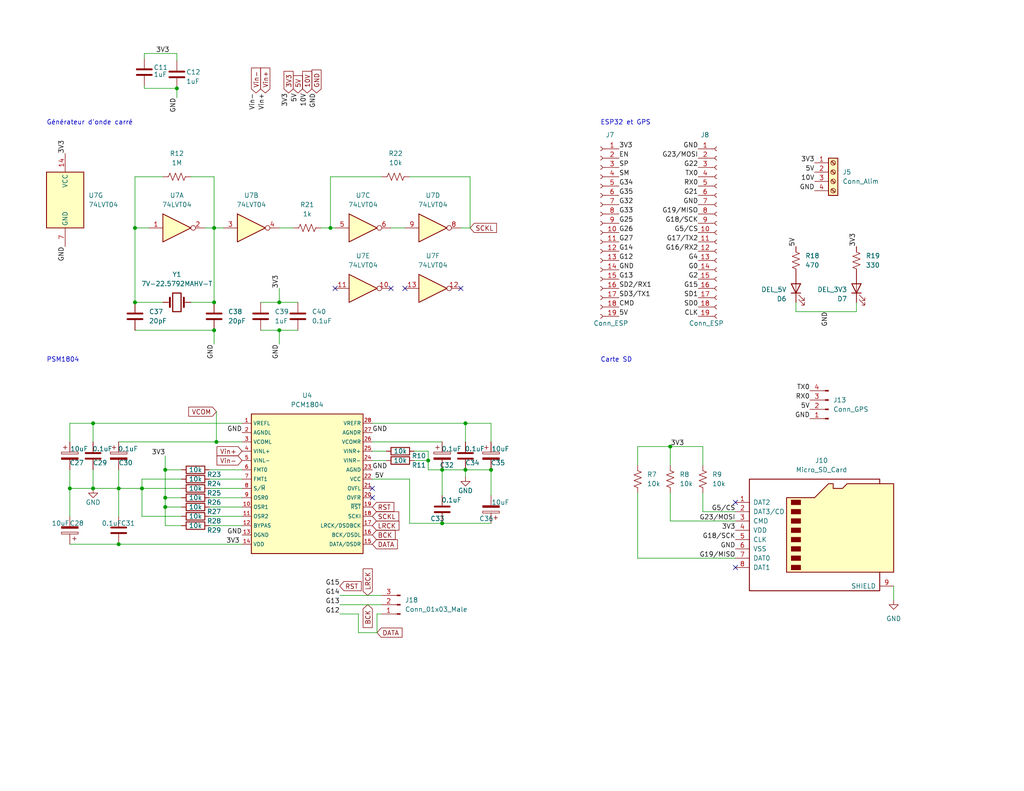
<source format=kicad_sch>
(kicad_sch (version 20211123) (generator eeschema)
  (paper "USLetter")
  (title_block (title "Ecou-Terre_PCB") (date "2023-01-23") (rev "v0") (company "CRIFA") (comment 1 "Eric Gingras") (comment 2 "Jacob Turcotte"))
  (lib_symbols
    (symbol "74xx:74HC04"
      (property "Reference" "U" (at 0 1.27 0))
      (property "Value" "74HC04" (at 0 -1.27 0))
      (symbol "74HC04_1_0"
        (polyline (pts (xy -3.81 3.81) (xy -3.81 -3.81) (xy 3.81 0) (xy -3.81 3.81)) (stroke (width 0.254)) (fill (type background)))
        (pin input line (at -7.62 0 0) (length 3.81) (name "~") (number "1"))
        (pin output inverted (at 7.62 0 180) (length 3.81) (name "~") (number "2"))
      )
      (symbol "74HC04_2_0"
        (polyline (pts (xy -3.81 3.81) (xy -3.81 -3.81) (xy 3.81 0) (xy -3.81 3.81)) (stroke (width 0.254)) (fill (type background)))
        (pin input line (at -7.62 0 0) (length 3.81) (name "~") (number "3"))
        (pin output inverted (at 7.62 0 180) (length 3.81) (name "~") (number "4"))
      )
      (symbol "74HC04_3_0"
        (polyline (pts (xy -3.81 3.81) (xy -3.81 -3.81) (xy 3.81 0) (xy -3.81 3.81)) (stroke (width 0.254)) (fill (type background)))
        (pin input line (at -7.62 0 0) (length 3.81) (name "~") (number "5"))
        (pin output inverted (at 7.62 0 180) (length 3.81) (name "~") (number "6"))
      )
      (symbol "74HC04_4_0"
        (polyline (pts (xy -3.81 3.81) (xy -3.81 -3.81) (xy 3.81 0) (xy -3.81 3.81)) (stroke (width 0.254)) (fill (type background)))
        (pin output inverted (at 7.62 0 180) (length 3.81) (name "~") (number "8"))
        (pin input line (at -7.62 0 0) (length 3.81) (name "~") (number "9"))
      )
      (symbol "74HC04_5_0"
        (polyline (pts (xy -3.81 3.81) (xy -3.81 -3.81) (xy 3.81 0) (xy -3.81 3.81)) (stroke (width 0.254)) (fill (type background)))
        (pin output inverted (at 7.62 0 180) (length 3.81) (name "~") (number "10"))
        (pin input line (at -7.62 0 0) (length 3.81) (name "~") (number "11"))
      )
      (symbol "74HC04_6_0"
        (polyline (pts (xy -3.81 3.81) (xy -3.81 -3.81) (xy 3.81 0) (xy -3.81 3.81)) (stroke (width 0.254)) (fill (type background)))
        (pin output inverted (at 7.62 0 180) (length 3.81) (name "~") (number "12"))
        (pin input line (at -7.62 0 0) (length 3.81) (name "~") (number "13"))
      )
      (symbol "74HC04_7_0"
        (pin power_in line (at 0 12.7 270) (length 5.08) (name "VCC") (number "14"))
        (pin power_in line (at 0 -12.7 90) (length 5.08) (name "GND") (number "7"))
      )
      (symbol "74HC04_7_1"
        (rectangle (start -5.08 7.62) (end 5.08 -7.62) (stroke (width 0.254)) (fill (type background)))
      )
    )
    (symbol "Connector:Conn_01x03_Male" (pin_names (offset 1.016) hide)
      (property "Reference" "J" (at 0 5.08 0))
      (property "Value" "Conn_01x03_Male" (at 0 -5.08 0))
      (symbol "Conn_01x03_Male_1_1"
        (polyline (pts (xy 1.27 -2.54) (xy 0.8636 -2.54)) (stroke (width 0.1524)))
        (polyline (pts (xy 1.27 0) (xy 0.8636 0)) (stroke (width 0.1524)))
        (polyline (pts (xy 1.27 2.54) (xy 0.8636 2.54)) (stroke (width 0.1524)))
        (rectangle (start 0.8636 -2.413) (end 0 -2.667) (stroke (width 0.1524)) (fill (type outline)))
        (rectangle (start 0.8636 0.127) (end 0 -0.127) (stroke (width 0.1524)) (fill (type outline)))
        (rectangle (start 0.8636 2.667) (end 0 2.413) (stroke (width 0.1524)) (fill (type outline)))
        (pin passive line (at 5.08 2.54 180) (length 3.81) (name "Pin_1") (number "1"))
        (pin passive line (at 5.08 0 180) (length 3.81) (name "Pin_2") (number "2"))
        (pin passive line (at 5.08 -2.54 180) (length 3.81) (name "Pin_3") (number "3"))
      )
    )
    (symbol "Connector:Conn_01x04_Male" (pin_names (offset 1.016) hide)
      (property "Reference" "J" (at 0 5.08 0))
      (property "Value" "Conn_01x04_Male" (at 0 -7.62 0))
      (symbol "Conn_01x04_Male_1_1"
        (polyline (pts (xy 1.27 -5.08) (xy 0.8636 -5.08)) (stroke (width 0.1524)))
        (polyline (pts (xy 1.27 -2.54) (xy 0.8636 -2.54)) (stroke (width 0.1524)))
        (polyline (pts (xy 1.27 0) (xy 0.8636 0)) (stroke (width 0.1524)))
        (polyline (pts (xy 1.27 2.54) (xy 0.8636 2.54)) (stroke (width 0.1524)))
        (rectangle (start 0.8636 -4.953) (end 0 -5.207) (stroke (width 0.1524)) (fill (type outline)))
        (rectangle (start 0.8636 -2.413) (end 0 -2.667) (stroke (width 0.1524)) (fill (type outline)))
        (rectangle (start 0.8636 0.127) (end 0 -0.127) (stroke (width 0.1524)) (fill (type outline)))
        (rectangle (start 0.8636 2.667) (end 0 2.413) (stroke (width 0.1524)) (fill (type outline)))
        (pin passive line (at 5.08 2.54 180) (length 3.81) (name "Pin_1") (number "1"))
        (pin passive line (at 5.08 0 180) (length 3.81) (name "Pin_2") (number "2"))
        (pin passive line (at 5.08 -2.54 180) (length 3.81) (name "Pin_3") (number "3"))
        (pin passive line (at 5.08 -5.08 180) (length 3.81) (name "Pin_4") (number "4"))
      )
    )
    (symbol "Connector:Conn_01x19_Female" (pin_names (offset 1.016) hide)
      (property "Reference" "J" (at 0 25.4 0))
      (property "Value" "Conn_01x19_Female" (at 0 -25.4 0))
      (symbol "Conn_01x19_Female_1_1"
        (arc (start 0 -22.352) (mid -0.508 -22.86) (end 0 -23.368) (stroke (width 0.1524)))
        (arc (start 0 -19.812) (mid -0.508 -20.32) (end 0 -20.828) (stroke (width 0.1524)))
        (arc (start 0 -17.272) (mid -0.508 -17.78) (end 0 -18.288) (stroke (width 0.1524)))
        (arc (start 0 -14.732) (mid -0.508 -15.24) (end 0 -15.748) (stroke (width 0.1524)))
        (arc (start 0 -12.192) (mid -0.508 -12.7) (end 0 -13.208) (stroke (width 0.1524)))
        (arc (start 0 -9.652) (mid -0.508 -10.16) (end 0 -10.668) (stroke (width 0.1524)))
        (arc (start 0 -7.112) (mid -0.508 -7.62) (end 0 -8.128) (stroke (width 0.1524)))
        (arc (start 0 -4.572) (mid -0.508 -5.08) (end 0 -5.588) (stroke (width 0.1524)))
        (arc (start 0 -2.032) (mid -0.508 -2.54) (end 0 -3.048) (stroke (width 0.1524)))
        (polyline (pts (xy -1.27 -22.86) (xy -0.508 -22.86)) (stroke (width 0.1524)))
        (polyline (pts (xy -1.27 -20.32) (xy -0.508 -20.32)) (stroke (width 0.1524)))
        (polyline (pts (xy -1.27 -17.78) (xy -0.508 -17.78)) (stroke (width 0.1524)))
        (polyline (pts (xy -1.27 -15.24) (xy -0.508 -15.24)) (stroke (width 0.1524)))
        (polyline (pts (xy -1.27 -12.7) (xy -0.508 -12.7)) (stroke (width 0.1524)))
        (polyline (pts (xy -1.27 -10.16) (xy -0.508 -10.16)) (stroke (width 0.1524)))
        (polyline (pts (xy -1.27 -7.62) (xy -0.508 -7.62)) (stroke (width 0.1524)))
        (polyline (pts (xy -1.27 -5.08) (xy -0.508 -5.08)) (stroke (width 0.1524)))
        (polyline (pts (xy -1.27 -2.54) (xy -0.508 -2.54)) (stroke (width 0.1524)))
        (polyline (pts (xy -1.27 0) (xy -0.508 0)) (stroke (width 0.1524)))
        (polyline (pts (xy -1.27 2.54) (xy -0.508 2.54)) (stroke (width 0.1524)))
        (polyline (pts (xy -1.27 5.08) (xy -0.508 5.08)) (stroke (width 0.1524)))
        (polyline (pts (xy -1.27 7.62) (xy -0.508 7.62)) (stroke (width 0.1524)))
        (polyline (pts (xy -1.27 10.16) (xy -0.508 10.16)) (stroke (width 0.1524)))
        (polyline (pts (xy -1.27 12.7) (xy -0.508 12.7)) (stroke (width 0.1524)))
        (polyline (pts (xy -1.27 15.24) (xy -0.508 15.24)) (stroke (width 0.1524)))
        (polyline (pts (xy -1.27 17.78) (xy -0.508 17.78)) (stroke (width 0.1524)))
        (polyline (pts (xy -1.27 20.32) (xy -0.508 20.32)) (stroke (width 0.1524)))
        (polyline (pts (xy -1.27 22.86) (xy -0.508 22.86)) (stroke (width 0.1524)))
        (arc (start 0 0.508) (mid -0.508 0) (end 0 -0.508) (stroke (width 0.1524)))
        (arc (start 0 3.048) (mid -0.508 2.54) (end 0 2.032) (stroke (width 0.1524)))
        (arc (start 0 5.588) (mid -0.508 5.08) (end 0 4.572) (stroke (width 0.1524)))
        (arc (start 0 8.128) (mid -0.508 7.62) (end 0 7.112) (stroke (width 0.1524)))
        (arc (start 0 10.668) (mid -0.508 10.16) (end 0 9.652) (stroke (width 0.1524)))
        (arc (start 0 13.208) (mid -0.508 12.7) (end 0 12.192) (stroke (width 0.1524)))
        (arc (start 0 15.748) (mid -0.508 15.24) (end 0 14.732) (stroke (width 0.1524)))
        (arc (start 0 18.288) (mid -0.508 17.78) (end 0 17.272) (stroke (width 0.1524)))
        (arc (start 0 20.828) (mid -0.508 20.32) (end 0 19.812) (stroke (width 0.1524)))
        (arc (start 0 23.368) (mid -0.508 22.86) (end 0 22.352) (stroke (width 0.1524)))
        (pin passive line (at -5.08 22.86 0) (length 3.81) (name "Pin_1") (number "1"))
        (pin passive line (at -5.08 0 0) (length 3.81) (name "Pin_10") (number "10"))
        (pin passive line (at -5.08 -2.54 0) (length 3.81) (name "Pin_11") (number "11"))
        (pin passive line (at -5.08 -5.08 0) (length 3.81) (name "Pin_12") (number "12"))
        (pin passive line (at -5.08 -7.62 0) (length 3.81) (name "Pin_13") (number "13"))
        (pin passive line (at -5.08 -10.16 0) (length 3.81) (name "Pin_14") (number "14"))
        (pin passive line (at -5.08 -12.7 0) (length 3.81) (name "Pin_15") (number "15"))
        (pin passive line (at -5.08 -15.24 0) (length 3.81) (name "Pin_16") (number "16"))
        (pin passive line (at -5.08 -17.78 0) (length 3.81) (name "Pin_17") (number "17"))
        (pin passive line (at -5.08 -20.32 0) (length 3.81) (name "Pin_18") (number "18"))
        (pin passive line (at -5.08 -22.86 0) (length 3.81) (name "Pin_19") (number "19"))
        (pin passive line (at -5.08 20.32 0) (length 3.81) (name "Pin_2") (number "2"))
        (pin passive line (at -5.08 17.78 0) (length 3.81) (name "Pin_3") (number "3"))
        (pin passive line (at -5.08 15.24 0) (length 3.81) (name "Pin_4") (number "4"))
        (pin passive line (at -5.08 12.7 0) (length 3.81) (name "Pin_5") (number "5"))
        (pin passive line (at -5.08 10.16 0) (length 3.81) (name "Pin_6") (number "6"))
        (pin passive line (at -5.08 7.62 0) (length 3.81) (name "Pin_7") (number "7"))
        (pin passive line (at -5.08 5.08 0) (length 3.81) (name "Pin_8") (number "8"))
        (pin passive line (at -5.08 2.54 0) (length 3.81) (name "Pin_9") (number "9"))
      )
    )
    (symbol "Connector:Micro_SD_Card" (pin_names (offset 1.016))
      (property "Reference" "J10" (at 0.635 19.05 0))
      (property "Value" "Micro_SD_Card" (at 0.635 16.51 0))
      (symbol "Micro_SD_Card_0_1"
        (rectangle (start -7.62 -9.525) (end -5.08 -10.795) (fill (type outline)))
        (rectangle (start -7.62 -6.985) (end -5.08 -8.255) (fill (type outline)))
        (rectangle (start -7.62 -4.445) (end -5.08 -5.715) (fill (type outline)))
        (rectangle (start -7.62 -1.905) (end -5.08 -3.175) (fill (type outline)))
        (rectangle (start -7.62 0.635) (end -5.08 -0.635) (fill (type outline)))
        (rectangle (start -7.62 3.175) (end -5.08 1.905) (fill (type outline)))
        (rectangle (start -7.62 5.715) (end -5.08 4.445) (fill (type outline)))
        (rectangle (start -7.62 8.255) (end -5.08 6.985) (fill (type outline)))
        (polyline (pts (xy 16.51 12.7) (xy 16.51 13.97) (xy -19.05 13.97) (xy -19.05 -16.51) (xy 16.51 -16.51) (xy 16.51 -11.43)) (stroke (width 0.254)))
        (polyline (pts (xy -8.89 -11.43) (xy -8.89 8.89) (xy -1.27 8.89) (xy 2.54 12.7) (xy 3.81 12.7) (xy 3.81 11.43) (xy 6.35 11.43) (xy 7.62 12.7) (xy 20.32 12.7) (xy 20.32 -11.43) (xy -8.89 -11.43)) (stroke (width 0.254)) (fill (type background)))
      )
      (symbol "Micro_SD_Card_1_1"
        (pin bidirectional line (at -22.86 7.62 0) (length 3.81) (name "DAT2") (number "1"))
        (pin bidirectional line (at -22.86 5.08 0) (length 3.81) (name "DAT3/CD") (number "2"))
        (pin input line (at -22.86 2.54 0) (length 3.81) (name "CMD") (number "3"))
        (pin power_in line (at -22.86 0 0) (length 3.81) (name "VDD") (number "4"))
        (pin input line (at -22.86 -2.54 0) (length 3.81) (name "CLK") (number "5"))
        (pin input line (at -22.86 -5.08 0) (length 3.81) (name "VSS") (number "6"))
        (pin bidirectional line (at -22.86 -7.62 0) (length 3.81) (name "DAT0") (number "7"))
        (pin bidirectional line (at -22.86 -10.16 0) (length 3.81) (name "DAT1") (number "8"))
        (pin passive line (at 20.32 -15.24 180) (length 3.81) (name "SHIELD") (number "9"))
      )
    )
    (symbol "Connector:Screw_Terminal_01x04" (pin_names (offset 1.016) hide)
      (property "Reference" "J" (at 0 5.08 0))
      (property "Value" "Screw_Terminal_01x04" (at 0 -7.62 0))
      (symbol "Screw_Terminal_01x04_1_1"
        (rectangle (start -1.27 3.81) (end 1.27 -6.35) (stroke (width 0.254)) (fill (type background)))
        (circle (center 0 -5.08) (radius 0.635) (stroke (width 0.1524)))
        (circle (center 0 -2.54) (radius 0.635) (stroke (width 0.1524)))
        (polyline (pts (xy -0.5334 -4.7498) (xy 0.3302 -5.588)) (stroke (width 0.1524)))
        (polyline (pts (xy -0.5334 -2.2098) (xy 0.3302 -3.048)) (stroke (width 0.1524)))
        (polyline (pts (xy -0.5334 0.3302) (xy 0.3302 -0.508)) (stroke (width 0.1524)))
        (polyline (pts (xy -0.5334 2.8702) (xy 0.3302 2.032)) (stroke (width 0.1524)))
        (polyline (pts (xy -0.3556 -4.572) (xy 0.508 -5.4102)) (stroke (width 0.1524)))
        (polyline (pts (xy -0.3556 -2.032) (xy 0.508 -2.8702)) (stroke (width 0.1524)))
        (polyline (pts (xy -0.3556 0.508) (xy 0.508 -0.3302)) (stroke (width 0.1524)))
        (polyline (pts (xy -0.3556 3.048) (xy 0.508 2.2098)) (stroke (width 0.1524)))
        (circle (center 0 0) (radius 0.635) (stroke (width 0.1524)))
        (circle (center 0 2.54) (radius 0.635) (stroke (width 0.1524)))
        (pin passive line (at -5.08 2.54 0) (length 3.81) (name "Pin_1") (number "1"))
        (pin passive line (at -5.08 0 0) (length 3.81) (name "Pin_2") (number "2"))
        (pin passive line (at -5.08 -2.54 0) (length 3.81) (name "Pin_3") (number "3"))
        (pin passive line (at -5.08 -5.08 0) (length 3.81) (name "Pin_4") (number "4"))
      )
    )
    (symbol "Device:C" (pin_numbers hide) (pin_names (offset 0.254))
      (property "Reference" "C" (at 0.635 2.54 0))
      (property "Value" "C" (at 0.635 -2.54 0))
      (symbol "C_0_1"
        (polyline (pts (xy -2.032 -0.762) (xy 2.032 -0.762)) (stroke (width 0.508)))
        (polyline (pts (xy -2.032 0.762) (xy 2.032 0.762)) (stroke (width 0.508)))
      )
      (symbol "C_1_1"
        (pin passive line (at 0 3.81 270) (length 2.794) (name "~") (number "1"))
        (pin passive line (at 0 -3.81 90) (length 2.794) (name "~") (number "2"))
      )
    )
    (symbol "Device:C_Polarized" (pin_numbers hide) (pin_names (offset 0.254))
      (property "Reference" "C" (at 0.635 2.54 0))
      (property "Value" "C_Polarized" (at 0.635 -2.54 0))
      (symbol "C_Polarized_0_1"
        (rectangle (start -2.286 0.508) (end 2.286 1.016))
        (polyline (pts (xy -1.778 2.286) (xy -0.762 2.286)))
        (polyline (pts (xy -1.27 2.794) (xy -1.27 1.778)))
        (rectangle (start 2.286 -0.508) (end -2.286 -1.016) (fill (type outline)))
      )
      (symbol "C_Polarized_1_1"
        (pin passive line (at 0 3.81 270) (length 2.794) (name "~") (number "1"))
        (pin passive line (at 0 -3.81 90) (length 2.794) (name "~") (number "2"))
      )
    )
    (symbol "Device:Crystal" (pin_numbers hide) (pin_names (offset 1.016) hide)
      (property "Reference" "Y" (at 0 3.81 0))
      (property "Value" "Crystal" (at 0 -3.81 0))
      (symbol "Crystal_0_1"
        (rectangle (start -1.143 2.54) (end 1.143 -2.54) (stroke (width 0.3048)))
        (polyline (pts (xy -2.54 0) (xy -1.905 0)))
        (polyline (pts (xy -1.905 -1.27) (xy -1.905 1.27)) (stroke (width 0.508)))
        (polyline (pts (xy 1.905 -1.27) (xy 1.905 1.27)) (stroke (width 0.508)))
        (polyline (pts (xy 2.54 0) (xy 1.905 0)))
      )
      (symbol "Crystal_1_1"
        (pin passive line (at -3.81 0 0) (length 1.27) (name "1") (number "1"))
        (pin passive line (at 3.81 0 180) (length 1.27) (name "2") (number "2"))
      )
    )
    (symbol "Device:LED" (pin_numbers hide) (pin_names (offset 1.016) hide)
      (property "Reference" "D" (at 0 2.54 0))
      (property "Value" "LED" (at 0 -2.54 0))
      (symbol "LED_0_1"
        (polyline (pts (xy -1.27 -1.27) (xy -1.27 1.27)) (stroke (width 0.254)))
        (polyline (pts (xy -1.27 0) (xy 1.27 0)))
        (polyline (pts (xy 1.27 -1.27) (xy 1.27 1.27) (xy -1.27 0) (xy 1.27 -1.27)) (stroke (width 0.254)))
        (polyline (pts (xy -3.048 -0.762) (xy -4.572 -2.286) (xy -3.81 -2.286) (xy -4.572 -2.286) (xy -4.572 -1.524)))
        (polyline (pts (xy -1.778 -0.762) (xy -3.302 -2.286) (xy -2.54 -2.286) (xy -3.302 -2.286) (xy -3.302 -1.524)))
      )
      (symbol "LED_1_1"
        (pin passive line (at -3.81 0 0) (length 2.54) (name "K") (number "1"))
        (pin passive line (at 3.81 0 180) (length 2.54) (name "A") (number "2"))
      )
    )
    (symbol "Device:R" (pin_numbers hide) (pin_names (offset 0))
      (property "Reference" "R" (at 2.032 0 90))
      (property "Value" "R" (at 0 0 90))
      (symbol "R_0_1"
        (rectangle (start -1.016 -2.54) (end 1.016 2.54) (stroke (width 0.254)))
      )
      (symbol "R_1_1"
        (pin passive line (at 0 3.81 270) (length 1.27) (name "~") (number "1"))
        (pin passive line (at 0 -3.81 90) (length 1.27) (name "~") (number "2"))
      )
    )
    (symbol "Device:R_US" (pin_numbers hide) (pin_names (offset 0))
      (property "Reference" "R" (at 2.54 0 90))
      (property "Value" "R_US" (at -2.54 0 90))
      (symbol "R_US_0_1"
        (polyline (pts (xy 0 -2.286) (xy 0 -2.54)))
        (polyline (pts (xy 0 2.286) (xy 0 2.54)))
        (polyline (pts (xy 0 -0.762) (xy 1.016 -1.143) (xy 0 -1.524) (xy -1.016 -1.905) (xy 0 -2.286)))
        (polyline (pts (xy 0 0.762) (xy 1.016 0.381) (xy 0 0) (xy -1.016 -0.381) (xy 0 -0.762)))
        (polyline (pts (xy 0 2.286) (xy 1.016 1.905) (xy 0 1.524) (xy -1.016 1.143) (xy 0 0.762)))
      )
      (symbol "R_US_1_1"
        (pin passive line (at 0 3.81 270) (length 1.27) (name "~") (number "1"))
        (pin passive line (at 0 -3.81 90) (length 1.27) (name "~") (number "2"))
      )
    )
    (symbol "PCM1804:PCM1804"
      (property "Reference" "U" (at 0 0 0))
      (property "Value" "PCM1804" (at 0 -40.64 0))
      (symbol "PCM1804_0_0"
        (rectangle (start -15.24 -39.37) (end 15.24 -1.27) (stroke (width 0.254)) (fill (type background)))
        (pin input line (at -17.78 -3.81 0) (length 2.54) (name "VREFL") (number "1"))
        (pin input line (at -17.78 -26.67 0) (length 2.54) (name "OSR1") (number "10"))
        (pin input line (at -17.78 -29.21 0) (length 2.54) (name "OSR2") (number "11"))
        (pin input line (at -17.78 -31.75 0) (length 2.54) (name "BYPAS") (number "12"))
        (pin input line (at -17.78 -34.29 0) (length 2.54) (name "DGND") (number "13"))
        (pin input line (at -17.78 -36.83 0) (length 2.54) (name "VDD") (number "14"))
        (pin output line (at 17.78 -36.83 180) (length 2.54) (name "DATA/DSDR") (number "15"))
        (pin bidirectional line (at 17.78 -34.29 180) (length 2.54) (name "BCK/DSDL") (number "16"))
        (pin bidirectional line (at 17.78 -31.75 180) (length 2.54) (name "LRCK/DSDBCK") (number "17"))
        (pin input line (at 17.78 -29.21 180) (length 2.54) (name "SCKI") (number "18"))
        (pin input line (at 17.78 -26.67 180) (length 2.54) (name "~{RST}") (number "19"))
        (pin input line (at -17.78 -6.35 0) (length 2.54) (name "AGNDL") (number "2"))
        (pin output line (at 17.78 -24.13 180) (length 2.54) (name "OVFR") (number "20"))
        (pin output line (at 17.78 -21.59 180) (length 2.54) (name "OVFL") (number "21"))
        (pin input line (at 17.78 -19.05 180) (length 2.54) (name "VCC") (number "22"))
        (pin input line (at 17.78 -16.51 180) (length 2.54) (name "AGND") (number "23"))
        (pin input line (at 17.78 -13.97 180) (length 2.54) (name "VINR-") (number "24"))
        (pin input line (at 17.78 -11.43 180) (length 2.54) (name "VINR+") (number "25"))
        (pin input line (at 17.78 -8.89 180) (length 2.54) (name "VCOMR") (number "26"))
        (pin input line (at 17.78 -6.35 180) (length 2.54) (name "AGNDR") (number "27"))
        (pin input line (at 17.78 -3.81 180) (length 2.54) (name "VREFR") (number "28"))
        (pin input line (at -17.78 -8.89 0) (length 2.54) (name "VCOML") (number "3"))
        (pin input line (at -17.78 -11.43 0) (length 2.54) (name "VINL+") (number "4"))
        (pin input line (at -17.78 -13.97 0) (length 2.54) (name "VINL-") (number "5"))
        (pin input line (at -17.78 -16.51 0) (length 2.54) (name "FMT0") (number "6"))
        (pin input line (at -17.78 -19.05 0) (length 2.54) (name "FMT1") (number "7"))
        (pin input line (at -17.78 -21.59 0) (length 2.54) (name "S/~{M}") (number "8"))
        (pin input line (at -17.78 -24.13 0) (length 2.54) (name "OSR0") (number "9"))
      )
    )
    (symbol "power:GND" (power) (pin_names (offset 0))
      (property "Value" "GND" (at 0 -3.81 0))
      (symbol "GND_0_1"
        (polyline (pts (xy 0 0) (xy 0 -1.27) (xy 1.27 -1.27) (xy 0 -2.54) (xy -1.27 -1.27) (xy 0 -1.27)))
      )
      (symbol "GND_1_1"
        (pin power_in line (at 0 0 270) (length 0) hide (name "GND") (number "1"))
      )
    )
  )
  (junction (at 38.735 133.35))
  (junction (at 76.2 90.17))
  (junction (at 120.65 128.27))
  (junction (at 45.085 135.89))
  (junction (at 48.26 24.13))
  (junction (at 45.085 128.27))
  (junction (at 58.42 82.55))
  (junction (at 58.42 90.17))
  (junction (at 90.17 62.23))
  (junction (at 133.985 128.27))
  (junction (at 127 115.57))
  (junction (at 120.65 142.875))
  (junction (at 182.88 121.92))
  (junction (at 58.42 62.23))
  (junction (at 36.83 82.55))
  (junction (at 36.83 62.23))
  (junction (at 32.385 148.59))
  (junction (at 59.055 120.65))
  (junction (at 19.05 133.35))
  (junction (at 25.4 115.57))
  (junction (at 25.4 133.35))
  (junction (at 116.84 125.73))
  (junction (at 76.2 82.55))
  (junction (at 32.385 133.35))
  (junction (at 45.085 138.43))
  (junction (at 127 128.27))
  (no_connect (at 200.66 137.16))
  (no_connect (at 200.66 154.94))
  (no_connect (at 101.6 133.35))
  (no_connect (at 91.44 78.74))
  (no_connect (at 106.68 78.74))
  (no_connect (at 125.73 78.74))
  (no_connect (at 110.49 78.74))
  (no_connect (at 101.6 135.89))
  (wire (pts (xy 45.085 138.43) (xy 45.085 143.51)))
  (wire (pts (xy 128.27 48.26) (xy 128.27 62.23)))
  (wire (pts (xy 48.26 14.605) (xy 48.26 16.51)))
  (wire (pts (xy 32.385 128.27) (xy 32.385 133.35)))
  (wire (pts (xy 44.45 48.26) (xy 36.83 48.26)))
  (wire (pts (xy 97.79 172.72) (xy 102.87 172.72)))
  (wire (pts (xy 191.77 127) (xy 191.77 121.92)))
  (wire (pts (xy 39.37 14.605) (xy 39.37 15.875)))
  (wire (pts (xy 120.65 128.27) (xy 116.84 128.27)))
  (wire (pts (xy 32.385 133.35) (xy 25.4 133.35)))
  (wire (pts (xy 120.65 142.875) (xy 133.985 142.875)))
  (wire (pts (xy 57.15 140.97) (xy 66.04 140.97)))
  (wire (pts (xy 102.87 172.72) (xy 102.87 167.64)))
  (wire (pts (xy 45.085 128.27) (xy 49.53 128.27)))
  (wire (pts (xy 55.88 62.23) (xy 58.42 62.23)))
  (wire (pts (xy 233.68 82.55) (xy 233.68 85.09)))
  (wire (pts (xy 101.6 115.57) (xy 127 115.57)))
  (wire (pts (xy 90.17 62.23) (xy 91.44 62.23)))
  (wire (pts (xy 120.65 128.27) (xy 127 128.27)))
  (wire (pts (xy 32.385 120.65) (xy 59.055 120.65)))
  (wire (pts (xy 102.87 167.64) (xy 104.14 167.64)))
  (wire (pts (xy 133.985 128.27) (xy 133.985 135.255)))
  (wire (pts (xy 19.05 148.59) (xy 32.385 148.59)))
  (wire (pts (xy 101.6 130.81) (xy 111.76 130.81)))
  (wire (pts (xy 200.66 152.4) (xy 173.99 152.4)))
  (wire (pts (xy 45.085 143.51) (xy 49.53 143.51)))
  (wire (pts (xy 45.085 135.89) (xy 49.53 135.89)))
  (wire (pts (xy 57.15 128.27) (xy 66.04 128.27)))
  (wire (pts (xy 32.385 133.35) (xy 32.385 140.97)))
  (wire (pts (xy 101.6 120.65) (xy 120.65 120.65)))
  (wire (pts (xy 25.4 115.57) (xy 25.4 120.65)))
  (wire (pts (xy 57.15 138.43) (xy 66.04 138.43)))
  (wire (pts (xy 38.735 140.97) (xy 49.53 140.97)))
  (wire (pts (xy 25.4 128.27) (xy 25.4 133.35)))
  (wire (pts (xy 101.6 123.19) (xy 105.41 123.19)))
  (wire (pts (xy 182.88 127) (xy 182.88 121.92)))
  (wire (pts (xy 19.05 120.65) (xy 19.05 115.57)))
  (wire (pts (xy 128.27 62.23) (xy 125.73 62.23)))
  (wire (pts (xy 133.985 115.57) (xy 127 115.57)))
  (wire (pts (xy 71.12 90.17) (xy 76.2 90.17)))
  (wire (pts (xy 76.2 82.55) (xy 81.28 82.55)))
  (wire (pts (xy 19.05 128.27) (xy 19.05 133.35)))
  (wire (pts (xy 45.085 138.43) (xy 49.53 138.43)))
  (wire (pts (xy 32.385 148.59) (xy 66.04 148.59)))
  (wire (pts (xy 57.15 130.81) (xy 66.04 130.81)))
  (wire (pts (xy 90.17 48.26) (xy 90.17 62.23)))
  (wire (pts (xy 52.07 82.55) (xy 58.42 82.55)))
  (wire (pts (xy 116.84 123.19) (xy 116.84 125.73)))
  (wire (pts (xy 173.99 152.4) (xy 173.99 134.62)))
  (wire (pts (xy 38.735 133.35) (xy 32.385 133.35)))
  (wire (pts (xy 133.985 120.65) (xy 133.985 115.57)))
  (wire (pts (xy 52.07 48.26) (xy 58.42 48.26)))
  (wire (pts (xy 92.71 167.64) (xy 97.79 167.64)))
  (wire (pts (xy 111.76 142.875) (xy 120.65 142.875)))
  (wire (pts (xy 36.83 48.26) (xy 36.83 62.23)))
  (wire (pts (xy 39.37 14.605) (xy 48.26 14.605)))
  (wire (pts (xy 127 128.27) (xy 127 130.175)))
  (wire (pts (xy 45.085 128.27) (xy 45.085 135.89)))
  (wire (pts (xy 173.99 127) (xy 173.99 121.92)))
  (wire (pts (xy 60.96 62.23) (xy 58.42 62.23)))
  (wire (pts (xy 36.83 62.23) (xy 36.83 82.55)))
  (wire (pts (xy 57.15 143.51) (xy 66.04 143.51)))
  (wire (pts (xy 120.65 128.27) (xy 120.65 135.255)))
  (wire (pts (xy 45.085 135.89) (xy 45.085 138.43)))
  (wire (pts (xy 76.2 90.17) (xy 81.28 90.17)))
  (wire (pts (xy 76.2 78.74) (xy 76.2 82.55)))
  (wire (pts (xy 191.77 139.7) (xy 191.77 134.62)))
  (wire (pts (xy 92.71 165.1) (xy 104.14 165.1)))
  (wire (pts (xy 58.42 93.98) (xy 58.42 90.17)))
  (wire (pts (xy 39.37 23.495) (xy 39.37 24.13)))
  (wire (pts (xy 106.68 62.23) (xy 110.49 62.23)))
  (wire (pts (xy 38.735 130.81) (xy 38.735 133.35)))
  (wire (pts (xy 76.2 62.23) (xy 80.01 62.23)))
  (wire (pts (xy 57.15 135.89) (xy 66.04 135.89)))
  (wire (pts (xy 127 128.27) (xy 133.985 128.27)))
  (wire (pts (xy 66.04 115.57) (xy 25.4 115.57)))
  (wire (pts (xy 36.83 90.17) (xy 58.42 90.17)))
  (wire (pts (xy 127 115.57) (xy 127 120.65)))
  (wire (pts (xy 217.17 85.09) (xy 233.68 85.09)))
  (wire (pts (xy 58.42 62.23) (xy 58.42 82.55)))
  (wire (pts (xy 45.085 124.46) (xy 45.085 128.27)))
  (wire (pts (xy 39.37 24.13) (xy 48.26 24.13)))
  (wire (pts (xy 97.79 167.64) (xy 97.79 172.72)))
  (wire (pts (xy 40.64 62.23) (xy 36.83 62.23)))
  (wire (pts (xy 48.26 26.67) (xy 48.26 24.13)))
  (wire (pts (xy 111.76 48.26) (xy 128.27 48.26)))
  (wire (pts (xy 116.84 128.27) (xy 116.84 125.73)))
  (wire (pts (xy 87.63 62.23) (xy 90.17 62.23)))
  (wire (pts (xy 19.05 115.57) (xy 25.4 115.57)))
  (wire (pts (xy 92.71 162.56) (xy 104.14 162.56)))
  (wire (pts (xy 173.99 121.92) (xy 182.88 121.92)))
  (wire (pts (xy 76.2 93.98) (xy 76.2 90.17)))
  (wire (pts (xy 182.88 134.62) (xy 182.88 142.24)))
  (wire (pts (xy 44.45 82.55) (xy 36.83 82.55)))
  (wire (pts (xy 243.84 160.02) (xy 243.84 163.83)))
  (wire (pts (xy 38.735 130.81) (xy 49.53 130.81)))
  (wire (pts (xy 113.03 123.19) (xy 116.84 123.19)))
  (wire (pts (xy 182.88 121.92) (xy 191.77 121.92)))
  (wire (pts (xy 104.14 48.26) (xy 90.17 48.26)))
  (wire (pts (xy 19.05 133.35) (xy 19.05 140.97)))
  (wire (pts (xy 57.15 133.35) (xy 66.04 133.35)))
  (wire (pts (xy 101.6 125.73) (xy 105.41 125.73)))
  (wire (pts (xy 182.88 142.24) (xy 200.66 142.24)))
  (wire (pts (xy 59.055 120.65) (xy 59.055 112.395)))
  (wire (pts (xy 38.735 133.35) (xy 38.735 140.97)))
  (wire (pts (xy 58.42 48.26) (xy 58.42 62.23)))
  (wire (pts (xy 200.66 139.7) (xy 191.77 139.7)))
  (wire (pts (xy 217.17 82.55) (xy 217.17 85.09)))
  (wire (pts (xy 111.76 130.81) (xy 111.76 142.875)))
  (wire (pts (xy 38.735 133.35) (xy 49.53 133.35)))
  (wire (pts (xy 59.055 120.65) (xy 66.04 120.65)))
  (wire (pts (xy 19.05 133.35) (xy 25.4 133.35)))
  (wire (pts (xy 113.03 125.73) (xy 116.84 125.73)))
  (wire (pts (xy 71.12 82.55) (xy 76.2 82.55)))
  (text "ESP32 et GPS\n" (at 163.83 34.29 0) (effects (font (size 1.27 1.27)) (justify left bottom)))
  (text "Générateur d'onde carré\n" (at 12.7 34.29 0) (effects (font (size 1.27 1.27)) (justify left bottom)))
  (text "PSM1804" (at 12.7 99.06 0) (effects (font (size 1.27 1.27)) (justify left bottom)))
  (text "Carte SD\n" (at 163.83 99.06 0) (effects (font (size 1.27 1.27)) (justify left bottom)))
  (label "SD0" (at 190.5 83.82 180))
  (label "G27" (at 168.91 66.04 0))
  (label "SM" (at 168.91 48.26 0))
  (label "Vin-" (at 69.85 25.4 270))
  (label "GND" (at 86.36 25.4 270))
  (label "Vin+" (at 72.39 25.4 270))
  (label "GND" (at 48.26 26.67 270))
  (label "GND" (at 58.42 93.98 270))
  (label "GND" (at 226.06 85.09 270))
  (label "CLK" (at 190.5 86.36 180))
  (label "G2" (at 190.5 76.2 180))
  (label "3V3" (at 186.69 121.92 180))
  (label "SD2{slash}RX1" (at 168.91 78.74 0))
  (label "3V3" (at 65.405 148.59 180))
  (label "EN" (at 168.91 43.18 0))
  (label "G22" (at 190.5 45.72 180))
  (label "3V3" (at 222.25 44.45 180))
  (label "3V3" (at 200.66 144.78 180))
  (label "SP" (at 168.91 45.72 0))
  (label "TX0" (at 190.5 48.26 180))
  (label "3V3" (at 78.74 25.4 270))
  (label "G15" (at 92.71 160.02 180))
  (label "G23{slash}MOSI" (at 200.66 142.24 180))
  (label "GND" (at 101.6 118.11 0))
  (label "GND" (at 190.5 55.88 180))
  (label "GND" (at 17.78 67.31 270))
  (label "CMD" (at 168.91 83.82 0))
  (label "5V" (at 102.235 130.81 0))
  (label "G14" (at 168.91 68.58 0))
  (label "TX0" (at 220.98 106.68 180))
  (label "5V" (at 217.17 67.31 90))
  (label "G18{slash}SCK" (at 190.5 60.96 180))
  (label "G13" (at 168.91 76.2 0))
  (label "G26" (at 168.91 63.5 0))
  (label "G5{slash}CS" (at 190.5 63.5 180))
  (label "GND" (at 66.04 146.05 180))
  (label "G19{slash}MISO" (at 190.5 58.42 180))
  (label "G17{slash}TX2" (at 190.5 66.04 180))
  (label "G21" (at 190.5 53.34 180))
  (label "5V" (at 168.91 86.36 0))
  (label "G25" (at 168.91 60.96 0))
  (label "3V3" (at 76.2 78.74 90))
  (label "G12" (at 168.91 71.12 0))
  (label "G5{slash}CS" (at 200.66 139.7 180))
  (label "GND" (at 222.25 52.07 180))
  (label "G18{slash}SCK" (at 200.66 147.32 180))
  (label "SD1" (at 190.5 81.28 180))
  (label "3V3" (at 45.085 124.46 180))
  (label "GND" (at 76.2 93.98 270))
  (label "G12" (at 92.71 167.64 180))
  (label "G19{slash}MISO" (at 200.66 152.4 180))
  (label "G35" (at 168.91 53.34 0))
  (label "3V3" (at 233.68 67.31 90))
  (label "GND" (at 101.6 128.27 0))
  (label "G14" (at 92.71 162.56 180))
  (label "10V" (at 222.25 49.53 180))
  (label "5V" (at 81.28 25.4 270))
  (label "3V3" (at 168.91 40.64 0))
  (label "RX0" (at 190.5 50.8 180))
  (label "5V" (at 220.98 111.76 180))
  (label "G16{slash}RX2" (at 190.5 68.58 180))
  (label "10V" (at 83.82 25.4 270))
  (label "GND" (at 66.04 118.11 180))
  (label "GND" (at 220.98 114.3 180))
  (label "G34" (at 168.91 50.8 0))
  (label "G23{slash}MOSI" (at 190.5 43.18 180))
  (label "GND" (at 168.91 73.66 0))
  (label "5V" (at 222.25 46.99 180))
  (label "G15" (at 190.5 78.74 180))
  (label "RX0" (at 220.98 109.22 180))
  (label "G0" (at 190.5 73.66 180))
  (label "G4" (at 190.5 71.12 180))
  (label "SD3{slash}TX1" (at 168.91 81.28 0))
  (label "3V3" (at 42.545 14.605 0))
  (label "3V3" (at 17.78 41.91 90))
  (label "G32" (at 168.91 55.88 0))
  (label "GND" (at 190.5 40.64 180))
  (label "G13" (at 92.71 165.1 180))
  (label "G33" (at 168.91 58.42 0))
  (label "GND" (at 200.66 149.86 180))
  (global_label "DATA" (shape input) (at 102.87 172.72 0) (property "Intersheet References" "${INTERSHEET_REFS}" (effects hide)))
  (global_label "Vin+" (shape input) (at 72.39 25.4 90) (property "Intersheet References" "${INTERSHEET_REFS}" (effects hide)))
  (global_label "RST" (shape input) (at 101.6 138.43 0) (property "Intersheet References" "${INTERSHEET_REFS}" (effects hide)))
  (global_label "SCKL" (shape input) (at 128.27 62.23 0) (property "Intersheet References" "${INTERSHEET_REFS}" (effects hide)))
  (global_label "SCKL" (shape input) (at 101.6 140.97 0) (property "Intersheet References" "${INTERSHEET_REFS}" (effects hide)))
  (global_label "GND" (shape input) (at 86.36 25.4 90) (property "Intersheet References" "${INTERSHEET_REFS}" (effects hide)))
  (global_label "3V3" (shape input) (at 78.74 25.4 90) (property "Intersheet References" "${INTERSHEET_REFS}" (effects hide)))
  (global_label "Vin-" (shape input) (at 69.85 25.4 90) (property "Intersheet References" "${INTERSHEET_REFS}" (effects hide)))
  (global_label "LRCK" (shape input) (at 101.6 143.51 0) (property "Intersheet References" "${INTERSHEET_REFS}" (effects hide)))
  (global_label "5V" (shape input) (at 81.28 25.4 90) (property "Intersheet References" "${INTERSHEET_REFS}" (effects hide)))
  (global_label "DATA" (shape input) (at 101.6 148.59 0) (property "Intersheet References" "${INTERSHEET_REFS}" (effects hide)))
  (global_label "10V" (shape input) (at 83.82 25.4 90) (property "Intersheet References" "${INTERSHEET_REFS}" (effects hide)))
  (global_label "LRCK" (shape input) (at 100.33 162.56 90) (property "Intersheet References" "${INTERSHEET_REFS}" (effects hide)))
  (global_label "BCK" (shape input) (at 101.6 146.05 0) (property "Intersheet References" "${INTERSHEET_REFS}" (effects hide)))
  (global_label "BCK" (shape input) (at 100.33 165.1 270) (property "Intersheet References" "${INTERSHEET_REFS}" (effects hide)))
  (global_label "RST" (shape input) (at 92.71 160.02 0) (property "Intersheet References" "${INTERSHEET_REFS}" (effects hide)))
  (global_label "Vin+" (shape input) (at 66.04 123.19 180) (property "Intersheet References" "${INTERSHEET_REFS}" (effects hide)))
  (global_label "Vin-" (shape input) (at 66.04 125.73 180) (property "Intersheet References" "${INTERSHEET_REFS}" (effects hide)))
  (global_label "VCOM" (shape input) (at 59.055 112.395 180) (property "Intersheet References" "${INTERSHEET_REFS}" (effects hide)))
  (symbol (lib_id "Device:C_Polarized") (at 133.985 124.46 0) (unit 1)
    (property "Reference" "C35" (at 135.89 126.365 0))
    (property "Value" "10uF" (at 136.525 122.555 0))
    (property "Footprint" "Capacitor_SMD:C_0805_2012Metric_Pad1.18x1.45mm_HandSolder" (effects hide))
  )
  (symbol (lib_id "Device:C") (at 58.42 86.36 0) (unit 1)
    (property "Reference" "C38" (at 62.23 85.0899 0) (effects (justify left)))
    (property "Value" "20pF" (at 62.23 87.6299 0) (effects (justify left)))
    (property "Footprint" "Capacitor_SMD:C_0805_2012Metric_Pad1.18x1.45mm_HandSolder" (effects hide))
  )
  (symbol (lib_id "Connector:Screw_Terminal_01x04") (at 227.33 46.99 0) (unit 1)
    (property "Reference" "J5" (at 229.87 46.9899 0) (effects (justify left)))
    (property "Value" "Conn_Alim" (at 229.87 49.5299 0) (effects (justify left)))
    (property "Footprint" "TerminalBlock:TerminalBlock_bornier-4_P5.08mm" (effects hide))
  )
  (symbol (lib_id "Connector:Conn_01x19_Female") (at 163.83 63.5 0) (mirror y) (unit 1)
    (property "Reference" "J7" (at 167.64 36.83 0) (effects (justify left)))
    (property "Value" "Conn_ESP" (at 171.45 88.265 0) (effects (justify left)))
    (property "Footprint" "Connector_PinSocket_2.54mm:PinSocket_1x19_P2.54mm_Vertical" (effects hide))
  )
  (symbol (lib_id "Device:C_Polarized") (at 19.05 144.78 180) (unit 1)
    (property "Reference" "C28" (at 20.955 142.875 0))
    (property "Value" "10uF" (at 16.51 142.875 0))
    (property "Footprint" "Capacitor_SMD:C_0805_2012Metric_Pad1.18x1.45mm_HandSolder" (effects hide))
  )
  (symbol (lib_id "Device:R") (at 53.34 143.51 90) (unit 1)
    (property "Reference" "R29" (at 58.42 144.78 90))
    (property "Value" "10k" (at 53.34 143.51 90))
    (property "Footprint" "Resistor_SMD:R_0805_2012Metric_Pad1.20x1.40mm_HandSolder" (effects hide))
  )
  (symbol (lib_id "Device:R") (at 109.22 123.19 90) (unit 1)
    (property "Reference" "R10" (at 114.3 124.46 90))
    (property "Value" "10k" (at 109.22 123.19 90))
    (property "Footprint" "Resistor_SMD:R_0805_2012Metric_Pad1.20x1.40mm_HandSolder" (effects hide))
  )
  (symbol (lib_id "Device:R") (at 53.34 128.27 90) (unit 1)
    (property "Reference" "R23" (at 58.42 129.54 90))
    (property "Value" "10k" (at 53.34 128.27 90))
    (property "Footprint" "Resistor_SMD:R_0805_2012Metric_Pad1.20x1.40mm_HandSolder" (effects hide))
  )
  (symbol (lib_id "74xx:74HC04") (at 99.06 62.23 0) (unit 3)
    (property "Reference" "U7" (at 99.06 53.34 0))
    (property "Value" "74LVT04" (at 99.06 55.88 0))
    (property "Footprint" "Package_SO:SOIC-14_3.9x8.7mm_P1.27mm" (effects hide))
    (property "Datasheet" "https://assets.nexperia.com/documents/data-sheet/74HC_HCT04.pdf" (effects hide))
  )
  (symbol (lib_id "Device:R") (at 53.34 140.97 90) (unit 1)
    (property "Reference" "R28" (at 58.42 142.24 90))
    (property "Value" "10k" (at 53.34 140.97 90))
    (property "Footprint" "Resistor_SMD:R_0805_2012Metric_Pad1.20x1.40mm_HandSolder" (effects hide))
  )
  (symbol (lib_id "74xx:74HC04") (at 118.11 78.74 0) (unit 6)
    (property "Reference" "U7" (at 118.11 69.85 0))
    (property "Value" "74LVT04" (at 118.11 72.39 0))
    (property "Footprint" "Package_SO:SOIC-14_3.9x8.7mm_P1.27mm" (effects hide))
    (property "Datasheet" "https://assets.nexperia.com/documents/data-sheet/74HC_HCT04.pdf" (effects hide))
  )
  (symbol (lib_id "power:GND") (at 127 130.175 0) (unit 1)
    (property "Reference" "#PWR010" (effects hide))
    (property "Value" "GND" (at 127 133.985 0))
  )
  (symbol (lib_id "74xx:74HC04") (at 48.26 62.23 0) (unit 1)
    (property "Reference" "U7" (at 48.26 53.34 0))
    (property "Value" "74LVT04" (at 48.26 55.88 0))
    (property "Footprint" "Package_SO:SOIC-14_3.9x8.7mm_P1.27mm" (effects hide))
    (property "Datasheet" "https://assets.nexperia.com/documents/data-sheet/74HC_HCT04.pdf" (effects hide))
  )
  (symbol (lib_id "Device:C") (at 36.83 86.36 0) (unit 1)
    (property "Reference" "C37" (at 40.64 85.0899 0) (effects (justify left)))
    (property "Value" "20pF" (at 40.64 87.6299 0) (effects (justify left)))
    (property "Footprint" "Capacitor_SMD:C_0805_2012Metric_Pad1.18x1.45mm_HandSolder" (effects hide))
  )
  (symbol (lib_id "Device:LED") (at 233.68 78.74 90) (unit 1)
    (property "Reference" "D7" (at 231.14 81.5976 90) (effects (justify left)))
    (property "Value" "DEL_3V3" (at 231.14 79.0576 90) (effects (justify left)))
    (property "Footprint" "LED_SMD:LED_0805_2012Metric_Pad1.15x1.40mm_HandSolder" (effects hide))
  )
  (symbol (lib_id "74xx:74HC04") (at 68.58 62.23 0) (unit 2)
    (property "Reference" "U7" (at 68.58 53.34 0))
    (property "Value" "74LVT04" (at 68.58 55.88 0))
    (property "Footprint" "Package_SO:SOIC-14_3.9x8.7mm_P1.27mm" (effects hide))
    (property "Datasheet" "https://assets.nexperia.com/documents/data-sheet/74HC_HCT04.pdf" (effects hide))
  )
  (symbol (lib_id "Device:C") (at 25.4 124.46 180) (unit 1)
    (property "Reference" "C29" (at 27.305 126.365 0))
    (property "Value" "0.1uF" (at 27.94 122.555 0))
    (property "Footprint" "Capacitor_SMD:C_0805_2012Metric_Pad1.18x1.45mm_HandSolder" (effects hide))
  )
  (symbol (lib_id "Device:LED") (at 217.17 78.74 90) (unit 1)
    (property "Reference" "D6" (at 214.63 81.5976 90) (effects (justify left)))
    (property "Value" "DEL_5V" (at 214.63 79.0576 90) (effects (justify left)))
    (property "Footprint" "LED_SMD:LED_0805_2012Metric_Pad1.15x1.40mm_HandSolder" (effects hide))
  )
  (symbol (lib_id "Device:C_Polarized") (at 120.65 124.46 0) (unit 1)
    (property "Reference" "C32" (at 121.92 127 0))
    (property "Value" "0.1uF" (at 123.19 122.555 0))
    (property "Footprint" "Capacitor_SMD:C_0805_2012Metric_Pad1.18x1.45mm_HandSolder" (effects hide))
  )
  (symbol (lib_id "Device:R_US") (at 233.68 71.12 0) (unit 1)
    (property "Reference" "R19" (at 236.22 69.8499 0) (effects (justify left)))
    (property "Value" "330" (at 236.22 72.3899 0) (effects (justify left)))
    (property "Footprint" "Resistor_SMD:R_0805_2012Metric_Pad1.20x1.40mm_HandSolder" (effects hide))
  )
  (symbol (lib_id "74xx:74HC04") (at 99.06 78.74 0) (unit 5)
    (property "Reference" "U7" (at 99.06 69.85 0))
    (property "Value" "74LVT04" (at 99.06 72.39 0))
    (property "Footprint" "Package_SO:SOIC-14_3.9x8.7mm_P1.27mm" (effects hide))
    (property "Datasheet" "https://assets.nexperia.com/documents/data-sheet/74HC_HCT04.pdf" (effects hide))
  )
  (symbol (lib_id "Device:R_US") (at 191.77 130.81 0) (unit 1)
    (property "Reference" "R9" (at 194.31 129.5399 0) (effects (justify left)))
    (property "Value" "10k" (at 194.31 132.0799 0) (effects (justify left)))
    (property "Footprint" "Resistor_SMD:R_0805_2012Metric_Pad1.20x1.40mm_HandSolder" (effects hide))
  )
  (symbol (lib_id "Device:Crystal") (at 48.26 82.55 0) (unit 1)
    (property "Reference" "Y1" (at 48.26 74.93 0))
    (property "Value" "7V-22.5792MAHV-T" (at 48.26 77.47 0))
    (property "Footprint" "Crystal:Crystal_SMD_3225-4Pin_3.2x2.5mm" (effects hide))
  )
  (symbol (lib_id "74xx:74HC04") (at 17.78 54.61 0) (unit 7)
    (property "Reference" "U7" (at 24.13 53.3399 0) (effects (justify left)))
    (property "Value" "74LVT04" (at 24.13 55.8799 0) (effects (justify left)))
    (property "Footprint" "Package_SO:SOIC-14_3.9x8.7mm_P1.27mm" (effects hide))
    (property "Datasheet" "https://assets.nexperia.com/documents/data-sheet/74HC_HCT04.pdf" (effects hide))
  )
  (symbol (lib_id "Device:C_Polarized") (at 19.05 124.46 0) (unit 1)
    (property "Reference" "C27" (at 20.955 126.365 0))
    (property "Value" "10uF" (at 21.59 122.555 0))
    (property "Footprint" "Capacitor_SMD:C_0805_2012Metric_Pad1.18x1.45mm_HandSolder" (effects hide))
  )
  (symbol (lib_id "PCM1804:PCM1804") (at 83.82 111.76 0) (unit 1)
    (property "Reference" "U4" (at 83.82 107.95 0))
    (property "Value" "PCM1804" (at 83.82 110.49 0))
    (property "Footprint" "Package_SO:SSOP-28_5.3x10.2mm_P0.65mm" (effects hide))
  )
  (symbol (lib_id "Device:R_US") (at 107.95 48.26 90) (unit 1)
    (property "Reference" "R22" (at 107.95 41.91 90))
    (property "Value" "10k" (at 107.95 44.45 90))
    (property "Footprint" "Resistor_SMD:R_0805_2012Metric_Pad1.20x1.40mm_HandSolder" (effects hide))
  )
  (symbol (lib_id "Device:R_US") (at 217.17 71.12 0) (unit 1)
    (property "Reference" "R18" (at 219.71 69.8499 0) (effects (justify left)))
    (property "Value" "470" (at 219.71 72.3899 0) (effects (justify left)))
    (property "Footprint" "Resistor_SMD:R_0805_2012Metric_Pad1.20x1.40mm_HandSolder" (effects hide))
  )
  (symbol (lib_id "Connector:Micro_SD_Card") (at 223.52 144.78 0) (unit 1)
    (property "Reference" "J10" (at 224.155 125.73 0))
    (property "Value" "Micro_SD_Card" (at 224.155 128.27 0))
    (property "Footprint" "Connector_Card:microSD_HC_Wuerth_693072010801" (effects hide))
    (property "Datasheet" "http://katalog.we-online.de/em/datasheet/693072010801.pdf" (effects hide))
  )
  (symbol (lib_id "Device:R_US") (at 173.99 130.81 0) (unit 1)
    (property "Reference" "R7" (at 176.53 129.5399 0) (effects (justify left)))
    (property "Value" "10k" (at 176.53 132.0799 0) (effects (justify left)))
    (property "Footprint" "Resistor_SMD:R_0805_2012Metric_Pad1.20x1.40mm_HandSolder" (effects hide))
  )
  (symbol (lib_id "Device:R") (at 109.22 125.73 90) (unit 1)
    (property "Reference" "R11" (at 114.3 127 90))
    (property "Value" "10k" (at 109.22 125.73 90))
    (property "Footprint" "Resistor_SMD:R_0805_2012Metric_Pad1.20x1.40mm_HandSolder" (effects hide))
  )
  (symbol (lib_id "Device:R_US") (at 83.82 62.23 90) (unit 1)
    (property "Reference" "R21" (at 83.82 55.88 90))
    (property "Value" "1k" (at 83.82 58.42 90))
    (property "Footprint" "Resistor_SMD:R_0805_2012Metric_Pad1.20x1.40mm_HandSolder" (effects hide))
  )
  (symbol (lib_id "Device:C") (at 39.37 19.685 0) (unit 1)
    (property "Reference" "C11" (at 41.91 18.415 0) (effects (justify left)))
    (property "Value" "1uF" (at 41.91 20.32 0) (effects (justify left)))
    (property "Footprint" "Capacitor_SMD:C_0805_2012Metric_Pad1.18x1.45mm_HandSolder" (effects hide))
  )
  (symbol (lib_id "Device:R_US") (at 182.88 130.81 0) (unit 1)
    (property "Reference" "R8" (at 185.42 129.5399 0) (effects (justify left)))
    (property "Value" "10k" (at 185.42 132.0799 0) (effects (justify left)))
    (property "Footprint" "Resistor_SMD:R_0805_2012Metric_Pad1.20x1.40mm_HandSolder" (effects hide))
  )
  (symbol (lib_id "Device:C_Polarized") (at 32.385 124.46 0) (unit 1)
    (property "Reference" "C30" (at 34.29 126.365 0))
    (property "Value" "0.1uF" (at 34.925 122.555 0))
    (property "Footprint" "Capacitor_SMD:C_0805_2012Metric_Pad1.18x1.45mm_HandSolder" (effects hide))
  )
  (symbol (lib_id "Device:C") (at 48.26 20.32 0) (unit 1)
    (property "Reference" "C12" (at 50.8 19.685 0) (effects (justify left)))
    (property "Value" "1uF" (at 50.8 22.225 0) (effects (justify left)))
    (property "Footprint" "Capacitor_SMD:C_0805_2012Metric_Pad1.18x1.45mm_HandSolder" (effects hide))
  )
  (symbol (lib_id "Device:R") (at 53.34 138.43 90) (unit 1)
    (property "Reference" "R27" (at 58.42 139.7 90))
    (property "Value" "10k" (at 53.34 138.43 90))
    (property "Footprint" "Resistor_SMD:R_0805_2012Metric_Pad1.20x1.40mm_HandSolder" (effects hide))
  )
  (symbol (lib_id "Connector:Conn_01x04_Male") (at 226.06 111.76 180) (unit 1)
    (property "Reference" "J13" (at 227.33 109.2199 0) (effects (justify right)))
    (property "Value" "Conn_GPS" (at 227.33 111.7599 0) (effects (justify right)))
    (property "Footprint" "Connector_PinSocket_2.00mm:PinSocket_1x04_P2.00mm_Vertical" (effects hide))
  )
  (symbol (lib_id "power:GND") (at 243.84 163.83 0) (unit 1)
    (property "Reference" "#PWR09" (effects hide))
    (property "Value" "GND" (at 243.84 168.91 0))
  )
  (symbol (lib_id "74xx:74HC04") (at 118.11 62.23 0) (unit 4)
    (property "Reference" "U7" (at 118.11 53.34 0))
    (property "Value" "74LVT04" (at 118.11 55.88 0))
    (property "Footprint" "Package_SO:SOIC-14_3.9x8.7mm_P1.27mm" (effects hide))
    (property "Datasheet" "https://assets.nexperia.com/documents/data-sheet/74HC_HCT04.pdf" (effects hide))
  )
  (symbol (lib_id "Device:R") (at 53.34 130.81 90) (unit 1)
    (property "Reference" "R24" (at 58.42 132.08 90))
    (property "Value" "10k" (at 53.34 130.81 90))
    (property "Footprint" "Resistor_SMD:R_0805_2012Metric_Pad1.20x1.40mm_HandSolder" (effects hide))
  )
  (symbol (lib_id "Device:C") (at 32.385 144.78 180) (unit 1)
    (property "Reference" "C31" (at 34.925 142.875 0))
    (property "Value" "0.1uF" (at 30.48 142.875 0))
    (property "Footprint" "Capacitor_SMD:C_0805_2012Metric_Pad1.18x1.45mm_HandSolder" (effects hide))
  )
  (symbol (lib_id "Connector:Conn_01x03_Male") (at 109.22 165.1 180) (unit 1)
    (property "Reference" "J18" (at 110.49 163.8299 0) (effects (justify right)))
    (property "Value" "Conn_01x03_Male" (at 110.49 166.3699 0) (effects (justify right)))
    (property "Footprint" "Connector_PinHeader_2.54mm:PinHeader_1x03_P2.54mm_Vertical" (effects hide))
  )
  (symbol (lib_id "Device:C_Polarized") (at 133.985 139.065 180) (unit 1)
    (property "Reference" "C36" (at 132.715 141.605 0))
    (property "Value" "10uF" (at 136.525 137.16 0))
    (property "Footprint" "Capacitor_SMD:C_0805_2012Metric_Pad1.18x1.45mm_HandSolder" (effects hide))
  )
  (symbol (lib_id "Device:R") (at 53.34 135.89 90) (unit 1)
    (property "Reference" "R26" (at 58.42 137.16 90))
    (property "Value" "10k" (at 53.34 135.89 90))
    (property "Footprint" "Resistor_SMD:R_0805_2012Metric_Pad1.20x1.40mm_HandSolder" (effects hide))
  )
  (symbol (lib_id "Device:R_US") (at 48.26 48.26 90) (unit 1)
    (property "Reference" "R12" (at 48.26 41.91 90))
    (property "Value" "1M" (at 48.26 44.45 90))
    (property "Footprint" "Resistor_SMD:R_0805_2012Metric_Pad1.20x1.40mm_HandSolder" (effects hide))
  )
  (symbol (lib_id "Device:C") (at 71.12 86.36 0) (unit 1)
    (property "Reference" "C39" (at 74.93 85.0899 0) (effects (justify left)))
    (property "Value" "1uF" (at 74.93 87.6299 0) (effects (justify left)))
    (property "Footprint" "Capacitor_SMD:C_0805_2012Metric_Pad1.18x1.45mm_HandSolder" (effects hide))
  )
  (symbol (lib_id "Connector:Conn_01x19_Female") (at 195.58 63.5 0) (unit 1)
    (property "Reference" "J8" (at 191.135 36.83 0) (effects (justify left)))
    (property "Value" "Conn_ESP" (at 187.96 88.265 0) (effects (justify left)))
    (property "Footprint" "Connector_PinSocket_2.54mm:PinSocket_1x19_P2.54mm_Vertical" (effects hide))
  )
  (symbol (lib_id "power:GND") (at 25.4 133.35 0) (unit 1)
    (property "Reference" "#PWR01" (effects hide))
    (property "Value" "GND" (at 25.4 137.16 0))
  )
  (symbol (lib_id "Device:C") (at 81.28 86.36 0) (unit 1)
    (property "Reference" "C40" (at 85.09 85.0899 0) (effects (justify left)))
    (property "Value" "0.1uF" (at 85.09 87.6299 0) (effects (justify left)))
    (property "Footprint" "Capacitor_SMD:C_0805_2012Metric_Pad1.18x1.45mm_HandSolder" (effects hide))
  )
  (symbol (lib_id "Device:C") (at 120.65 139.065 180) (unit 1)
    (property "Reference" "C33" (at 119.38 141.605 0))
    (property "Value" "0.1uF" (at 123.19 136.525 0))
    (property "Footprint" "Capacitor_SMD:C_0805_2012Metric_Pad1.18x1.45mm_HandSolder" (effects hide))
  )
  (symbol (lib_id "Device:R") (at 53.34 133.35 90) (unit 1)
    (property "Reference" "R25" (at 58.42 134.62 90))
    (property "Value" "10k" (at 53.34 133.35 90))
    (property "Footprint" "Resistor_SMD:R_0805_2012Metric_Pad1.20x1.40mm_HandSolder" (effects hide))
  )
  (symbol (lib_id "Device:C") (at 127 124.46 180) (unit 1)
    (property "Reference" "C34" (at 128.905 126.365 0))
    (property "Value" "0.1uF" (at 129.54 122.555 0))
    (property "Footprint" "Capacitor_SMD:C_0805_2012Metric_Pad1.18x1.45mm_HandSolder" (effects hide))
  )
)
</source>
